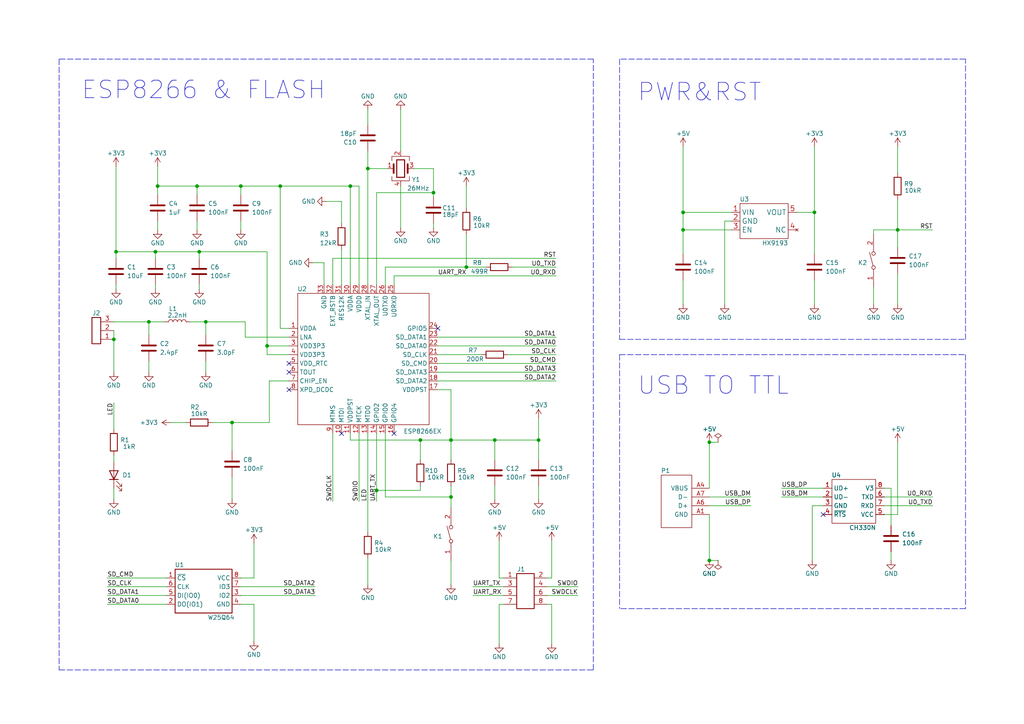
<source format=kicad_sch>
(kicad_sch (version 20211123) (generator eeschema)
  (paper "A4")
  (title_block (title "ESP8266 Wireless DAP") (date "2022-03-10") (rev "Version 1.2.3"))
  (lib_symbols
    (symbol "Connector:USB_C_Plug_USB2.0" (pin_names (offset 1.016))
      (property "Reference" "P" (at 0 16.51 0))
      (property "Value" "USB_C_Plug_USB2.0" (at 19.05 -1.27 0))
      (symbol "USB_C_Plug_USB2.0_0_0"
        (pin no_connect line (at -2.54 11.43 0) (length 2.54) hide (name "NC") (number "A5"))
        (pin no_connect line (at -2.54 8.89 0) (length 2.54) hide (name "NC") (number "A8"))
        (pin no_connect line (at -2.54 6.35 0) (length 2.54) hide (name "NC") (number "B5"))
        (pin no_connect line (at -2.54 3.81 0) (length 2.54) hide (name "NC") (number "B8"))
      )
      (symbol "USB_C_Plug_USB2.0_0_1"
        (rectangle (start 0 15.24) (end 8.89 0))
      )
      (symbol "USB_C_Plug_USB2.0_1_1"
        (pin passive line (at 13.97 3.81 180) (length 5.08) (name "GND") (number "A1"))
        (pin passive line (at 13.97 3.81 180) (length 5.08) hide (name "GND") (number "A12"))
        (pin passive line (at 13.97 11.43 180) (length 5.08) (name "VBUS") (number "A4"))
        (pin bidirectional line (at 13.97 6.35 180) (length 5.08) (name "D+") (number "A6"))
        (pin bidirectional line (at 13.97 8.89 180) (length 5.08) (name "D-") (number "A7"))
        (pin passive line (at 13.97 11.43 180) (length 5.08) hide (name "VBUS") (number "A9"))
        (pin passive line (at 13.97 3.81 180) (length 5.08) hide (name "GND") (number "B1"))
        (pin passive line (at 13.97 3.81 180) (length 5.08) hide (name "GND") (number "B12"))
        (pin passive line (at 13.97 11.43 180) (length 5.08) hide (name "VBUS") (number "B4"))
        (pin bidirectional line (at 13.97 6.35 180) (length 5.08) hide (name "D+") (number "B6"))
        (pin bidirectional line (at 13.97 8.89 180) (length 5.08) hide (name "D-") (number "B7"))
        (pin passive line (at 13.97 11.43 180) (length 5.08) hide (name "VBUS") (number "B9"))
      )
    )
    (symbol "Connector_Generic:Conn_01x03" (pin_names (offset 1.016) hide)
      (property "Reference" "J" (at 0 5.08 0))
      (property "Value" "Conn_01x03" (at 0 -5.08 0))
      (symbol "Conn_01x03_1_1"
        (rectangle (start -1.27 3.81) (end 1.27 -3.81) (stroke (width 0.254)))
        (pin passive line (at -5.08 2.54 0) (length 3.81) (name "Pin_1") (number "1"))
        (pin passive line (at -5.08 0 0) (length 3.81) (name "Pin_2") (number "2"))
        (pin passive line (at -5.08 -2.54 0) (length 3.81) (name "Pin_3") (number "3"))
      )
    )
    (symbol "Connector_Generic:Conn_02x04_Odd_Even" (pin_names (offset 1.016) hide)
      (property "Reference" "J" (at 1.27 5.08 0))
      (property "Value" "Conn_02x04_Odd_Even" (at 1.27 -7.62 0))
      (symbol "Conn_02x04_Odd_Even_1_1"
        (rectangle (start -1.27 3.81) (end 3.81 -6.35) (stroke (width 0.254)))
        (pin passive line (at -5.08 2.54 0) (length 3.81) (name "Pin_1") (number "1"))
        (pin passive line (at 7.62 2.54 180) (length 3.81) (name "Pin_2") (number "2"))
        (pin passive line (at -5.08 0 0) (length 3.81) (name "Pin_3") (number "3"))
        (pin passive line (at 7.62 0 180) (length 3.81) (name "Pin_4") (number "4"))
        (pin passive line (at -5.08 -2.54 0) (length 3.81) (name "Pin_5") (number "5"))
        (pin passive line (at 7.62 -2.54 180) (length 3.81) (name "Pin_6") (number "6"))
        (pin passive line (at -5.08 -5.08 0) (length 3.81) (name "Pin_7") (number "7"))
        (pin passive line (at 7.62 -5.08 180) (length 3.81) (name "Pin_8") (number "8"))
      )
    )
    (symbol "Device:C" (pin_numbers hide) (pin_names (offset 0.254))
      (property "Reference" "C" (at 0.635 2.54 0))
      (property "Value" "C" (at 0.635 -2.54 0))
      (symbol "C_0_1"
        (polyline (pts (xy -2.032 -0.762) (xy 2.032 -0.762)) (stroke (width 0.508)))
        (polyline (pts (xy -2.032 0.762) (xy 2.032 0.762)) (stroke (width 0.508)))
      )
      (symbol "C_1_1"
        (pin passive line (at 0 3.81 270) (length 2.794) (name "~") (number "1"))
        (pin passive line (at 0 -3.81 90) (length 2.794) (name "~") (number "2"))
      )
    )
    (symbol "Device:Crystal_GND24" (pin_names (offset 1.016) hide)
      (property "Reference" "Y" (at 3.175 5.08 0))
      (property "Value" "Crystal_GND24" (at 3.175 3.175 0))
      (symbol "Crystal_GND24_0_1"
        (rectangle (start -1.143 2.54) (end 1.143 -2.54) (stroke (width 0.3048)))
        (polyline (pts (xy -2.54 0) (xy -2.032 0)))
        (polyline (pts (xy -2.032 -1.27) (xy -2.032 1.27)) (stroke (width 0.508)))
        (polyline (pts (xy 0 -3.81) (xy 0 -3.556)))
        (polyline (pts (xy 0 3.556) (xy 0 3.81)))
        (polyline (pts (xy 2.032 -1.27) (xy 2.032 1.27)) (stroke (width 0.508)))
        (polyline (pts (xy 2.032 0) (xy 2.54 0)))
        (polyline (pts (xy -2.54 -2.286) (xy -2.54 -3.556) (xy 2.54 -3.556) (xy 2.54 -2.286)))
        (polyline (pts (xy -2.54 2.286) (xy -2.54 3.556) (xy 2.54 3.556) (xy 2.54 2.286)))
      )
      (symbol "Crystal_GND24_1_1"
        (pin passive line (at -3.81 0 0) (length 1.27) (name "1") (number "1"))
        (pin passive line (at 0 5.08 270) (length 1.27) (name "2") (number "2"))
        (pin passive line (at 3.81 0 180) (length 1.27) (name "3") (number "3"))
        (pin passive line (at 0 -5.08 90) (length 1.27) (name "4") (number "4"))
      )
    )
    (symbol "Device:L" (pin_numbers hide) (pin_names (offset 1.016) hide)
      (property "Reference" "L" (at -1.27 0 90))
      (property "Value" "L" (at 1.905 0 90))
      (symbol "L_0_1"
        (arc (start 0 -2.54) (mid 0.635 -1.905) (end 0 -1.27))
        (arc (start 0 -1.27) (mid 0.635 -0.635) (end 0 0))
        (arc (start 0 0) (mid 0.635 0.635) (end 0 1.27))
        (arc (start 0 1.27) (mid 0.635 1.905) (end 0 2.54))
      )
      (symbol "L_1_1"
        (pin passive line (at 0 3.81 270) (length 1.27) (name "1") (number "1"))
        (pin passive line (at 0 -3.81 90) (length 1.27) (name "2") (number "2"))
      )
    )
    (symbol "Device:LED" (pin_numbers hide) (pin_names (offset 1.016) hide)
      (property "Reference" "D" (at 0 2.54 0))
      (property "Value" "LED" (at 0 -2.54 0))
      (symbol "LED_0_1"
        (polyline (pts (xy -1.27 -1.27) (xy -1.27 1.27)) (stroke (width 0.254)))
        (polyline (pts (xy -1.27 0) (xy 1.27 0)))
        (polyline (pts (xy 1.27 -1.27) (xy 1.27 1.27) (xy -1.27 0) (xy 1.27 -1.27)) (stroke (width 0.254)))
        (polyline (pts (xy -3.048 -0.762) (xy -4.572 -2.286) (xy -3.81 -2.286) (xy -4.572 -2.286) (xy -4.572 -1.524)))
        (polyline (pts (xy -1.778 -0.762) (xy -3.302 -2.286) (xy -2.54 -2.286) (xy -3.302 -2.286) (xy -3.302 -1.524)))
      )
      (symbol "LED_1_1"
        (pin passive line (at -3.81 0 0) (length 2.54) (name "K") (number "1"))
        (pin passive line (at 3.81 0 180) (length 2.54) (name "A") (number "2"))
      )
    )
    (symbol "Device:R" (pin_numbers hide) (pin_names (offset 0))
      (property "Reference" "R" (at 2.032 0 90))
      (property "Value" "R" (at 0 0 90))
      (symbol "R_0_1"
        (rectangle (start -1.016 -2.54) (end 1.016 2.54) (stroke (width 0.254)))
      )
      (symbol "R_1_1"
        (pin passive line (at 0 3.81 270) (length 1.27) (name "~") (number "1"))
        (pin passive line (at 0 -3.81 90) (length 1.27) (name "~") (number "2"))
      )
    )
    (symbol "ESP8266:ESP8266EX"
      (property "Reference" "U" (at 31.75 39.37 0))
      (property "Value" "ESP8266EX" (at 35.56 -1.27 0))
      (symbol "ESP8266EX_0_1"
        (rectangle (start 0 38.1) (end 38.1 0))
      )
      (symbol "ESP8266EX_1_1"
        (pin power_in line (at -2.54 27.94 0) (length 2.54) (name "VDDA") (number "1"))
        (pin bidirectional line (at 12.7 -2.54 90) (length 2.54) (name "MTDI") (number "10"))
        (pin power_in line (at 15.24 -2.54 90) (length 2.54) (name "VDDPST") (number "11"))
        (pin bidirectional line (at 17.78 -2.54 90) (length 2.54) (name "MTCK") (number "12"))
        (pin bidirectional line (at 20.32 -2.54 90) (length 2.54) (name "MTDO") (number "13"))
        (pin bidirectional line (at 22.86 -2.54 90) (length 2.54) (name "GPIO2") (number "14"))
        (pin bidirectional line (at 25.4 -2.54 90) (length 2.54) (name "GPIO0") (number "15"))
        (pin bidirectional line (at 27.94 -2.54 90) (length 2.54) (name "GPIO4") (number "16"))
        (pin power_in line (at 40.64 10.16 180) (length 2.54) (name "VDDPST") (number "17"))
        (pin bidirectional line (at 40.64 12.7 180) (length 2.54) (name "SD_DATA2") (number "18"))
        (pin bidirectional line (at 40.64 15.24 180) (length 2.54) (name "SD_DATA3") (number "19"))
        (pin input line (at -2.54 25.4 0) (length 2.54) (name "LNA") (number "2"))
        (pin bidirectional line (at 40.64 17.78 180) (length 2.54) (name "SD_CMD") (number "20"))
        (pin bidirectional line (at 40.64 20.32 180) (length 2.54) (name "SD_CLK") (number "21"))
        (pin bidirectional line (at 40.64 22.86 180) (length 2.54) (name "SD_DATA0") (number "22"))
        (pin bidirectional line (at 40.64 25.4 180) (length 2.54) (name "SD_DATA1") (number "23"))
        (pin bidirectional line (at 40.64 27.94 180) (length 2.54) (name "GPIO5") (number "24"))
        (pin bidirectional line (at 27.94 40.64 270) (length 2.54) (name "U0RXD") (number "25"))
        (pin bidirectional line (at 25.4 40.64 270) (length 2.54) (name "U0TXD") (number "26"))
        (pin input line (at 22.86 40.64 270) (length 2.54) (name "XTAL_OUT") (number "27"))
        (pin input line (at 20.32 40.64 270) (length 2.54) (name "XTAL_IN") (number "28"))
        (pin power_in line (at 17.78 40.64 270) (length 2.54) (name "VDDD") (number "29"))
        (pin power_in line (at -2.54 22.86 0) (length 2.54) (name "VDD3P3") (number "3"))
        (pin power_in line (at 15.24 40.64 270) (length 2.54) (name "VDDA") (number "30"))
        (pin output line (at 12.7 40.64 270) (length 2.54) (name "RES12K") (number "31"))
        (pin input line (at 10.16 40.64 270) (length 2.54) (name "EXT_RSTB") (number "32"))
        (pin power_in line (at 7.62 40.64 270) (length 2.54) (name "GND") (number "33"))
        (pin power_in line (at -2.54 20.32 0) (length 2.54) (name "VDD3P3") (number "4"))
        (pin passive line (at -2.54 17.78 0) (length 2.54) (name "VDD_RTC") (number "5"))
        (pin passive line (at -2.54 15.24 0) (length 2.54) (name "TOUT") (number "6"))
        (pin input line (at -2.54 12.7 0) (length 2.54) (name "CHIP_EN") (number "7"))
        (pin passive line (at -2.54 10.16 0) (length 2.54) (name "XPD_DCDC") (number "8"))
        (pin bidirectional line (at 10.16 -2.54 90) (length 2.54) (name "MTMS") (number "9"))
      )
    )
    (symbol "ESP8266:HX9193"
      (property "Reference" "U" (at 1.27 11.43 0))
      (property "Value" "HX9193" (at 10.16 -1.27 0))
      (symbol "HX9193_0_1"
        (rectangle (start 0 10.16) (end 13.97 0))
      )
      (symbol "HX9193_1_1"
        (pin power_in line (at -2.54 7.62 0) (length 2.54) (name "VIN") (number "1"))
        (pin power_in line (at -2.54 5.08 0) (length 2.54) (name "GND") (number "2"))
        (pin input line (at -2.54 2.54 0) (length 2.54) (name "EN") (number "3"))
        (pin no_connect line (at 16.51 2.54 180) (length 2.54) (name "NC") (number "4"))
        (pin power_out line (at 16.51 7.62 180) (length 2.54) (name "VOUT") (number "5"))
      )
    )
    (symbol "ESP8266:W25Q64"
      (property "Reference" "U" (at 1.27 13.97 0))
      (property "Value" "W25Q64" (at 12.7 -1.27 0))
      (symbol "W25Q64_0_1"
        (rectangle (start 0 12.7) (end 16.51 0) (stroke (width 0.254)))
      )
      (symbol "W25Q64_1_1"
        (pin input line (at -2.54 10.16 0) (length 2.54) (name "~{CS}") (number "1"))
        (pin bidirectional line (at -2.54 2.54 0) (length 2.54) (name "DO(IO1)") (number "2"))
        (pin bidirectional line (at 19.05 5.08 180) (length 2.54) (name "IO2") (number "3"))
        (pin power_in line (at 19.05 2.54 180) (length 2.54) (name "GND") (number "4"))
        (pin bidirectional line (at -2.54 5.08 0) (length 2.54) (name "DI(IO0)") (number "5"))
        (pin input line (at -2.54 7.62 0) (length 2.54) (name "CLK") (number "6"))
        (pin bidirectional line (at 19.05 7.62 180) (length 2.54) (name "IO3") (number "7"))
        (pin power_in line (at 19.05 10.16 180) (length 2.54) (name "VCC") (number "8"))
      )
    )
    (symbol "Interface_USB:CH330N"
      (property "Reference" "U" (at 0 13.97 0))
      (property "Value" "CH330N" (at 15.24 -1.27 0))
      (symbol "CH330N_0_1"
        (rectangle (start 0 12.7) (end 12.7 0))
      )
      (symbol "CH330N_1_1"
        (pin bidirectional line (at -2.54 10.16 0) (length 2.54) (name "UD+") (number "1"))
        (pin bidirectional line (at -2.54 7.62 0) (length 2.54) (name "UD-") (number "2"))
        (pin power_in line (at -2.54 5.08 0) (length 2.54) (name "GND") (number "3"))
        (pin output line (at -2.54 2.54 0) (length 2.54) (name "~{RTS}") (number "4"))
        (pin power_in line (at 15.24 2.54 180) (length 2.54) (name "VCC") (number "5"))
        (pin output line (at 15.24 7.62 180) (length 2.54) (name "TXD") (number "6"))
        (pin input line (at 15.24 5.08 180) (length 2.54) (name "RXD") (number "7"))
        (pin passive line (at 15.24 10.16 180) (length 2.54) (name "V3") (number "8"))
      )
    )
    (symbol "Switch:SW_DIP_x01" (pin_names (offset 0) hide)
      (property "Reference" "SW" (at 0 3.81 0))
      (property "Value" "SW_DIP_x01" (at 0 -3.81 0))
      (symbol "SW_DIP_x01_0_0"
        (circle (center -2.032 0) (radius 0.508))
        (polyline (pts (xy -1.524 0.127) (xy 2.3622 1.1684)))
        (circle (center 2.032 0) (radius 0.508))
      )
      (symbol "SW_DIP_x01_1_1"
        (pin passive line (at -7.62 0 0) (length 5.08) (name "~") (number "1"))
        (pin passive line (at 7.62 0 180) (length 5.08) (name "~") (number "2"))
      )
    )
    (symbol "power:+3.3V" (power) (pin_names (offset 0))
      (property "Value" "+3.3V" (at 0 3.556 0))
      (symbol "+3.3V_0_1"
        (polyline (pts (xy -0.762 1.27) (xy 0 2.54)))
        (polyline (pts (xy 0 0) (xy 0 2.54)))
        (polyline (pts (xy 0 2.54) (xy 0.762 1.27)))
      )
      (symbol "+3.3V_1_1"
        (pin power_in line (at 0 0 90) (length 0) hide (name "+3V3") (number "1"))
      )
    )
    (symbol "power:+5V" (power) (pin_names (offset 0))
      (property "Value" "+5V" (at 0 3.556 0))
      (symbol "+5V_0_1"
        (polyline (pts (xy -0.762 1.27) (xy 0 2.54)))
        (polyline (pts (xy 0 0) (xy 0 2.54)))
        (polyline (pts (xy 0 2.54) (xy 0.762 1.27)))
      )
      (symbol "+5V_1_1"
        (pin power_in line (at 0 0 90) (length 0) hide (name "+5V") (number "1"))
      )
    )
    (symbol "power:GND" (power) (pin_names (offset 0))
      (property "Value" "GND" (at 0 -3.81 0))
      (symbol "GND_0_1"
        (polyline (pts (xy 0 0) (xy 0 -1.27) (xy 1.27 -1.27) (xy 0 -2.54) (xy -1.27 -1.27) (xy 0 -1.27)))
      )
      (symbol "GND_1_1"
        (pin power_in line (at 0 0 270) (length 0) hide (name "GND") (number "1"))
      )
    )
    (symbol "power:PWR_FLAG" (power) (pin_numbers hide) (pin_names (offset 0) hide)
      (property "Value" "PWR_FLAG" (at 0 3.81 0))
      (symbol "PWR_FLAG_0_0"
        (pin power_out line (at 0 0 90) (length 0) (name "pwr") (number "1"))
      )
      (symbol "PWR_FLAG_0_1"
        (polyline (pts (xy 0 0) (xy 0 1.27) (xy -1.016 1.905) (xy 0 2.54) (xy 1.016 1.905) (xy 0 1.27)))
      )
    )
  )
  (junction (at 121.92 127.635))
  (junction (at 135.255 77.47))
  (junction (at 260.35 66.675))
  (junction (at 81.28 53.975))
  (junction (at 156.21 127.635))
  (junction (at 205.74 162.56))
  (junction (at 45.085 73.025))
  (junction (at 57.785 73.025))
  (junction (at 130.81 127.635))
  (junction (at 205.74 128.27))
  (junction (at 67.31 122.555))
  (junction (at 43.18 93.345))
  (junction (at 125.73 55.88))
  (junction (at 33.02 98.425))
  (junction (at 77.47 100.33))
  (junction (at 33.655 73.025))
  (junction (at 143.51 127.635))
  (junction (at 69.85 53.975))
  (junction (at 198.12 61.595))
  (junction (at 101.6 53.975))
  (junction (at 57.15 53.975))
  (junction (at 106.68 48.895))
  (junction (at 236.22 61.595))
  (junction (at 198.12 66.675))
  (junction (at 130.81 144.145))
  (junction (at 59.69 93.345))
  (junction (at 45.72 53.975))
  (junction (at 109.22 142.24))
  (no_connect (at 238.76 149.225))
  (no_connect (at 99.06 125.73))
  (no_connect (at 127 95.25))
  (no_connect (at 114.3 125.73))
  (no_connect (at 83.82 107.95))
  (no_connect (at 83.82 105.41))
  (no_connect (at 83.82 113.03))
  (wire (pts (xy 198.12 66.675) (xy 212.09 66.675)))
  (wire (pts (xy 130.81 162.56) (xy 130.81 169.545)))
  (wire (pts (xy 125.73 48.895) (xy 120.015 48.895)))
  (wire (pts (xy 127 105.41) (xy 161.29 105.41)))
  (wire (pts (xy 205.74 128.27) (xy 205.74 141.605)))
  (wire (pts (xy 198.12 66.675) (xy 198.12 73.66)))
  (wire (pts (xy 226.695 141.605) (xy 238.76 141.605)))
  (wire (pts (xy 31.115 167.64) (xy 48.26 167.64)))
  (wire (pts (xy 33.02 95.885) (xy 33.02 98.425)))
  (wire (pts (xy 205.74 162.56) (xy 208.28 162.56)))
  (wire (pts (xy 109.22 82.55) (xy 109.22 55.88)))
  (wire (pts (xy 111.76 144.145) (xy 130.81 144.145)))
  (wire (pts (xy 93.98 76.2) (xy 93.98 82.55)))
  (wire (pts (xy 45.72 53.975) (xy 57.15 53.975)))
  (wire (pts (xy 260.35 149.225) (xy 256.54 149.225)))
  (wire (pts (xy 33.02 93.345) (xy 43.18 93.345)))
  (wire (pts (xy 256.54 144.145) (xy 270.51 144.145)))
  (wire (pts (xy 101.6 53.975) (xy 81.28 53.975)))
  (polyline (pts (xy 280.035 176.53) (xy 179.705 176.53)))
  (wire (pts (xy 127 107.95) (xy 161.29 107.95)))
  (wire (pts (xy 96.52 125.73) (xy 96.52 145.415)))
  (wire (pts (xy 143.51 140.97) (xy 143.51 144.78)))
  (wire (pts (xy 114.3 82.55) (xy 114.3 80.01)))
  (wire (pts (xy 77.47 73.025) (xy 77.47 100.33)))
  (wire (pts (xy 99.06 72.39) (xy 99.06 82.55)))
  (wire (pts (xy 81.28 95.25) (xy 81.28 53.975)))
  (wire (pts (xy 158.75 175.26) (xy 160.02 175.26)))
  (wire (pts (xy 127 102.87) (xy 139.7 102.87)))
  (wire (pts (xy 45.72 53.975) (xy 45.72 56.515)))
  (wire (pts (xy 125.73 57.15) (xy 125.73 55.88)))
  (polyline (pts (xy 179.705 102.87) (xy 280.035 102.87)))
  (wire (pts (xy 109.22 125.73) (xy 109.22 142.24)))
  (wire (pts (xy 236.22 61.595) (xy 236.22 42.545)))
  (wire (pts (xy 77.47 100.33) (xy 77.47 102.87)))
  (wire (pts (xy 160.02 167.64) (xy 160.02 156.845)))
  (wire (pts (xy 104.14 53.975) (xy 101.6 53.975)))
  (wire (pts (xy 33.02 98.425) (xy 33.02 107.95)))
  (wire (pts (xy 57.15 56.515) (xy 57.15 53.975)))
  (wire (pts (xy 210.185 64.135) (xy 210.185 88.265)))
  (wire (pts (xy 253.365 67.945) (xy 253.365 66.675)))
  (wire (pts (xy 116.205 53.975) (xy 116.205 66.04)))
  (wire (pts (xy 67.31 122.555) (xy 67.31 130.81)))
  (wire (pts (xy 69.85 53.975) (xy 81.28 53.975)))
  (wire (pts (xy 57.15 53.975) (xy 69.85 53.975)))
  (wire (pts (xy 144.78 156.845) (xy 144.78 167.64)))
  (wire (pts (xy 106.68 36.195) (xy 106.68 31.75)))
  (wire (pts (xy 135.255 77.47) (xy 140.97 77.47)))
  (wire (pts (xy 69.85 64.135) (xy 69.85 66.675)))
  (polyline (pts (xy 280.035 17.145) (xy 179.705 17.145)))
  (wire (pts (xy 130.81 113.03) (xy 127 113.03)))
  (wire (pts (xy 130.81 127.635) (xy 130.81 133.35)))
  (wire (pts (xy 94.615 58.42) (xy 99.06 58.42)))
  (wire (pts (xy 78.105 110.49) (xy 78.105 122.555)))
  (wire (pts (xy 109.22 142.24) (xy 109.22 145.415)))
  (wire (pts (xy 258.445 141.605) (xy 258.445 152.4)))
  (wire (pts (xy 33.02 116.84) (xy 33.02 124.46)))
  (wire (pts (xy 253.365 66.675) (xy 260.35 66.675)))
  (wire (pts (xy 45.72 48.26) (xy 45.72 53.975)))
  (polyline (pts (xy 179.705 98.425) (xy 280.035 98.425)))
  (wire (pts (xy 83.82 100.33) (xy 77.47 100.33)))
  (wire (pts (xy 90.805 76.2) (xy 93.98 76.2)))
  (wire (pts (xy 236.22 81.28) (xy 236.22 88.265)))
  (wire (pts (xy 125.73 64.77) (xy 125.73 66.04)))
  (wire (pts (xy 156.21 140.97) (xy 156.21 144.78)))
  (wire (pts (xy 156.21 127.635) (xy 156.21 133.35)))
  (wire (pts (xy 57.785 73.025) (xy 77.47 73.025)))
  (wire (pts (xy 156.21 121.285) (xy 156.21 127.635)))
  (wire (pts (xy 135.255 53.975) (xy 135.255 60.325)))
  (wire (pts (xy 83.82 97.79) (xy 71.12 97.79)))
  (wire (pts (xy 33.02 141.605) (xy 33.02 144.78)))
  (wire (pts (xy 236.22 61.595) (xy 236.22 73.66)))
  (wire (pts (xy 33.02 133.985) (xy 33.02 132.08)))
  (wire (pts (xy 101.6 127.635) (xy 121.92 127.635)))
  (wire (pts (xy 130.81 144.145) (xy 130.81 147.32)))
  (wire (pts (xy 106.68 48.895) (xy 112.395 48.895)))
  (wire (pts (xy 111.76 125.73) (xy 111.76 144.145)))
  (wire (pts (xy 73.66 175.26) (xy 73.66 186.055)))
  (wire (pts (xy 43.18 104.775) (xy 43.18 107.95)))
  (wire (pts (xy 111.76 82.55) (xy 111.76 77.47)))
  (wire (pts (xy 101.6 125.73) (xy 101.6 127.635)))
  (polyline (pts (xy 172.085 194.31) (xy 172.085 17.145)))
  (wire (pts (xy 144.78 175.26) (xy 144.78 186.69)))
  (wire (pts (xy 160.02 175.26) (xy 160.02 186.69)))
  (polyline (pts (xy 280.035 102.87) (xy 280.035 176.53)))
  (wire (pts (xy 235.585 162.56) (xy 235.585 146.685)))
  (wire (pts (xy 33.655 48.26) (xy 33.655 73.025)))
  (wire (pts (xy 256.54 146.685) (xy 270.51 146.685)))
  (wire (pts (xy 121.92 127.635) (xy 130.81 127.635)))
  (wire (pts (xy 106.68 125.73) (xy 106.68 154.305)))
  (wire (pts (xy 49.53 122.555) (xy 53.975 122.555)))
  (wire (pts (xy 109.22 55.88) (xy 125.73 55.88)))
  (wire (pts (xy 71.12 93.345) (xy 59.69 93.345)))
  (wire (pts (xy 33.655 82.55) (xy 33.655 83.82)))
  (wire (pts (xy 83.82 95.25) (xy 81.28 95.25)))
  (wire (pts (xy 111.76 77.47) (xy 135.255 77.47)))
  (wire (pts (xy 205.74 128.27) (xy 208.28 128.27)))
  (wire (pts (xy 83.82 110.49) (xy 78.105 110.49)))
  (wire (pts (xy 158.75 167.64) (xy 160.02 167.64)))
  (wire (pts (xy 73.66 157.48) (xy 73.66 167.64)))
  (wire (pts (xy 226.695 144.145) (xy 238.76 144.145)))
  (wire (pts (xy 137.16 170.18) (xy 146.05 170.18)))
  (wire (pts (xy 161.29 74.93) (xy 96.52 74.93)))
  (wire (pts (xy 45.085 74.93) (xy 45.085 73.025)))
  (wire (pts (xy 114.3 80.01) (xy 161.29 80.01)))
  (wire (pts (xy 116.205 43.815) (xy 116.205 31.75)))
  (wire (pts (xy 205.74 149.225) (xy 205.74 162.56)))
  (wire (pts (xy 205.74 144.145) (xy 217.805 144.145)))
  (polyline (pts (xy 179.705 102.87) (xy 179.705 176.53)))
  (wire (pts (xy 125.73 48.895) (xy 125.73 55.88)))
  (wire (pts (xy 198.12 42.545) (xy 198.12 61.595)))
  (wire (pts (xy 258.445 160.02) (xy 258.445 162.56)))
  (wire (pts (xy 148.59 77.47) (xy 161.29 77.47)))
  (wire (pts (xy 256.54 141.605) (xy 258.445 141.605)))
  (wire (pts (xy 33.655 73.025) (xy 45.085 73.025)))
  (wire (pts (xy 31.115 172.72) (xy 48.26 172.72)))
  (wire (pts (xy 260.35 42.545) (xy 260.35 50.165)))
  (wire (pts (xy 106.68 161.925) (xy 106.68 169.545)))
  (wire (pts (xy 198.12 81.28) (xy 198.12 88.265)))
  (wire (pts (xy 147.32 102.87) (xy 161.29 102.87)))
  (wire (pts (xy 45.085 82.55) (xy 45.085 83.82)))
  (wire (pts (xy 212.09 64.135) (xy 210.185 64.135)))
  (wire (pts (xy 109.22 142.24) (xy 121.92 142.24)))
  (wire (pts (xy 69.85 175.26) (xy 73.66 175.26)))
  (wire (pts (xy 73.66 167.64) (xy 69.85 167.64)))
  (wire (pts (xy 235.585 146.685) (xy 238.76 146.685)))
  (wire (pts (xy 47.625 93.345) (xy 43.18 93.345)))
  (wire (pts (xy 69.85 53.975) (xy 69.85 56.515)))
  (wire (pts (xy 260.35 128.27) (xy 260.35 149.225)))
  (wire (pts (xy 57.15 64.135) (xy 57.15 66.675)))
  (wire (pts (xy 61.595 122.555) (xy 67.31 122.555)))
  (polyline (pts (xy 280.035 98.425) (xy 280.035 17.145)))
  (wire (pts (xy 45.72 64.135) (xy 45.72 66.675)))
  (wire (pts (xy 69.85 170.18) (xy 91.44 170.18)))
  (wire (pts (xy 198.12 61.595) (xy 198.12 66.675)))
  (wire (pts (xy 143.51 127.635) (xy 130.81 127.635)))
  (wire (pts (xy 59.69 104.775) (xy 59.69 107.95)))
  (wire (pts (xy 130.81 140.97) (xy 130.81 144.145)))
  (wire (pts (xy 260.35 79.375) (xy 260.35 88.265)))
  (wire (pts (xy 127 100.33) (xy 161.29 100.33)))
  (wire (pts (xy 106.68 82.55) (xy 106.68 48.895)))
  (wire (pts (xy 127 97.79) (xy 161.29 97.79)))
  (polyline (pts (xy 17.145 194.31) (xy 172.085 194.31)))
  (wire (pts (xy 106.68 43.815) (xy 106.68 48.895)))
  (wire (pts (xy 127 110.49) (xy 161.29 110.49)))
  (wire (pts (xy 121.92 142.24) (xy 121.92 140.97)))
  (wire (pts (xy 45.085 73.025) (xy 57.785 73.025)))
  (wire (pts (xy 55.245 93.345) (xy 59.69 93.345)))
  (wire (pts (xy 96.52 74.93) (xy 96.52 82.55)))
  (wire (pts (xy 78.105 122.555) (xy 67.31 122.555)))
  (wire (pts (xy 135.255 77.47) (xy 135.255 67.945)))
  (wire (pts (xy 121.92 127.635) (xy 121.92 133.35)))
  (wire (pts (xy 104.14 125.73) (xy 104.14 145.415)))
  (wire (pts (xy 146.05 175.26) (xy 144.78 175.26)))
  (wire (pts (xy 57.785 82.55) (xy 57.785 83.82)))
  (wire (pts (xy 260.35 57.785) (xy 260.35 66.675)))
  (wire (pts (xy 156.21 127.635) (xy 143.51 127.635)))
  (wire (pts (xy 99.06 58.42) (xy 99.06 64.77)))
  (wire (pts (xy 69.85 172.72) (xy 91.44 172.72)))
  (wire (pts (xy 260.35 66.675) (xy 260.35 71.755)))
  (wire (pts (xy 33.655 73.025) (xy 33.655 74.93)))
  (wire (pts (xy 231.14 61.595) (xy 236.22 61.595)))
  (wire (pts (xy 31.115 175.26) (xy 48.26 175.26)))
  (wire (pts (xy 67.31 138.43) (xy 67.31 144.78)))
  (polyline (pts (xy 172.085 17.145) (xy 17.145 17.145)))
  (wire (pts (xy 130.81 127.635) (xy 130.81 113.03)))
  (wire (pts (xy 71.12 97.79) (xy 71.12 93.345)))
  (wire (pts (xy 260.35 66.675) (xy 270.51 66.675)))
  (wire (pts (xy 158.75 170.18) (xy 167.64 170.18)))
  (wire (pts (xy 59.69 93.345) (xy 59.69 97.155)))
  (wire (pts (xy 205.74 146.685) (xy 217.805 146.685)))
  (wire (pts (xy 77.47 102.87) (xy 83.82 102.87)))
  (wire (pts (xy 31.115 170.18) (xy 48.26 170.18)))
  (wire (pts (xy 101.6 82.55) (xy 101.6 53.975)))
  (wire (pts (xy 137.16 172.72) (xy 146.05 172.72)))
  (wire (pts (xy 143.51 127.635) (xy 143.51 133.35)))
  (wire (pts (xy 57.785 73.025) (xy 57.785 74.93)))
  (polyline (pts (xy 17.145 17.145) (xy 17.145 194.31)))
  (wire (pts (xy 144.78 167.64) (xy 146.05 167.64)))
  (wire (pts (xy 158.75 172.72) (xy 167.64 172.72)))
  (wire (pts (xy 198.12 61.595) (xy 212.09 61.595)))
  (polyline (pts (xy 179.705 17.145) (xy 179.705 98.425)))
  (wire (pts (xy 43.18 93.345) (xy 43.18 97.155)))
  (wire (pts (xy 104.14 82.55) (xy 104.14 53.975)))
  (wire (pts (xy 253.365 83.185) (xy 253.365 88.265)))
  (text "ESP8266 & FLASH" (at 23.495 29.21 0) (effects (font (size 5.08 5.08)) (justify left bottom)))
  (text "PWR&RST" (at 184.785 29.845 0) (effects (font (size 5.08 5.08)) (justify left bottom)))
  (text "USB TO TTL" (at 184.785 114.935 0) (effects (font (size 5.08 5.08)) (justify left bottom)))
  (label "U0_RXD" (at 161.29 80.01 180))
  (label "SD_DATA3" (at 161.29 107.95 180))
  (label "SD_CLK" (at 31.115 170.18 0))
  (label "SWDCLK" (at 96.52 145.415 90))
  (label "SD_CLK" (at 161.29 102.87 180))
  (label "SD_DATA0" (at 161.29 100.33 180))
  (label "UART_RX" (at 137.16 172.72 0))
  (label "USB_DM" (at 217.805 144.145 180))
  (label "USB_DP" (at 226.695 141.605 0))
  (label "RST" (at 270.51 66.675 180))
  (label "SD_DATA2" (at 161.29 110.49 180))
  (label "SD_CMD" (at 161.29 105.41 180))
  (label "UART_TX" (at 137.16 170.18 0))
  (label "LED" (at 106.68 145.415 90))
  (label "USB_DP" (at 217.805 146.685 180))
  (label "U0_TXD" (at 161.29 77.47 180))
  (label "SWDCLK" (at 167.64 172.72 180))
  (label "LED" (at 33.02 116.84 270))
  (label "SD_DATA2" (at 91.44 170.18 180))
  (label "SD_DATA3" (at 91.44 172.72 180))
  (label "U0_TXD" (at 270.51 146.685 180))
  (label "UART_TX" (at 109.22 145.415 90))
  (label "SWDIO" (at 104.14 145.415 90))
  (label "SD_DATA1" (at 31.115 172.72 0))
  (label "U0_RXD" (at 270.51 144.145 180))
  (label "SD_DATA0" (at 31.115 175.26 0))
  (label "RST" (at 161.29 74.93 180))
  (label "UART_RX" (at 127 80.01 0))
  (label "USB_DM" (at 226.695 144.145 0))
  (label "SWDIO" (at 167.64 170.18 180))
  (label "SD_DATA1" (at 161.29 97.79 180))
  (label "SD_CMD" (at 31.115 167.64 0))
  (symbol (lib_id "power:GND") (at 57.15 66.675 0) (unit 1)
    (property "Reference" "#PWR010" (effects hide))
    (property "Value" "GND" (at 57.15 70.485 0))
  )
  (symbol (lib_id "power:GND") (at 94.615 58.42 270) (unit 1)
    (property "Reference" "#PWR018" (effects hide))
    (property "Value" "GND" (at 89.535 58.42 90))
  )
  (symbol (lib_id "power:+3.3V") (at 135.255 53.975 0) (unit 1)
    (property "Reference" "#PWR025" (effects hide))
    (property "Value" "+3.3V" (at 135.255 50.165 0))
  )
  (symbol (lib_id "Switch:SW_DIP_x01") (at 253.365 75.565 90) (unit 1)
    (property "Reference" "K2" (at 250.19 76.2 90))
    (property "Value" "SW_DIP_x01" (effects hide))
    (property "Footprint" "Button_Switch_SMD:SW_Push_SPST_NO_Alps_SKRK" (effects hide))
  )
  (symbol (lib_id "Device:C") (at 43.18 100.965 0) (unit 1)
    (property "Reference" "C2" (at 46.355 99.6949 0) (effects (justify left)))
    (property "Value" "2.4pF" (at 46.355 102.2349 0) (effects (justify left)))
    (property "Footprint" "Capacitor_SMD:C_0603_1608Metric" (effects hide))
  )
  (symbol (lib_id "Device:C") (at 143.51 137.16 0) (unit 1)
    (property "Reference" "C12" (at 146.685 135.8899 0) (effects (justify left)))
    (property "Value" "100nF" (at 146.685 138.4299 0) (effects (justify left)))
    (property "Footprint" "Capacitor_SMD:C_0603_1608Metric" (effects hide))
  )
  (symbol (lib_id "power:GND") (at 116.205 66.04 0) (unit 1)
    (property "Reference" "#PWR022" (effects hide))
    (property "Value" "GND" (at 116.205 69.85 0))
  )
  (symbol (lib_id "ESP8266:HX9193") (at 214.63 69.215 0) (unit 1)
    (property "Reference" "U3" (at 215.9 57.785 0))
    (property "Value" "HX9193" (at 224.79 70.485 0))
    (property "Footprint" "Package_TO_SOT_SMD:SOT-23-5" (effects hide))
  )
  (symbol (lib_id "power:+3.3V") (at 260.35 42.545 0) (unit 1)
    (property "Reference" "#PWR043" (effects hide))
    (property "Value" "+3.3V" (at 260.35 38.735 0))
  )
  (symbol (lib_id "Device:C") (at 59.69 100.965 0) (unit 1)
    (property "Reference" "C7" (at 62.865 99.6949 0) (effects (justify left)))
    (property "Value" "3.0pF" (at 62.865 102.2349 0) (effects (justify left)))
    (property "Footprint" "Capacitor_SMD:C_0603_1608Metric" (effects hide))
  )
  (symbol (lib_id "power:GND") (at 125.73 66.04 0) (unit 1)
    (property "Reference" "#PWR023" (effects hide))
    (property "Value" "GND" (at 125.73 69.85 0))
  )
  (symbol (lib_id "power:GND") (at 67.31 144.78 0) (unit 1)
    (property "Reference" "#PWR013" (effects hide))
    (property "Value" "GND" (at 67.31 148.59 0))
  )
  (symbol (lib_id "power:GND") (at 90.805 76.2 270) (unit 1)
    (property "Reference" "#PWR017" (effects hide))
    (property "Value" "GND" (at 85.725 76.2 90))
  )
  (symbol (lib_id "Device:C") (at 33.655 78.74 0) (unit 1)
    (property "Reference" "C1" (at 36.83 77.4699 0) (effects (justify left)))
    (property "Value" "10uF" (at 36.83 80.0099 0) (effects (justify left)))
    (property "Footprint" "Capacitor_SMD:C_0603_1608Metric" (effects hide))
  )
  (symbol (lib_id "power:+3.3V") (at 73.66 157.48 0) (unit 1)
    (property "Reference" "#PWR015" (effects hide))
    (property "Value" "+3.3V" (at 73.66 153.67 0))
  )
  (symbol (lib_id "power:GND") (at 160.02 186.69 0) (mirror y) (unit 1)
    (property "Reference" "#PWR032" (effects hide))
    (property "Value" "GND" (at 160.02 190.5 0))
  )
  (symbol (lib_id "power:GND") (at 106.68 31.75 180) (unit 1)
    (property "Reference" "#PWR019" (effects hide))
    (property "Value" "GND" (at 106.68 27.94 0))
  )
  (symbol (lib_id "Connector_Generic:Conn_02x04_Odd_Even") (at 151.13 170.18 0) (unit 1)
    (property "Reference" "J1" (at 151.13 165.1 0))
    (property "Value" "Conn_02x04_Odd_Even" (effects hide))
    (property "Footprint" "Connector_PinHeader_1.27mm:PinHeader_2x04_P1.27mm_Vertical_SMD" (effects hide))
  )
  (symbol (lib_id "Device:R") (at 135.255 64.135 180) (unit 1)
    (property "Reference" "R6" (at 138.43 63.5 0))
    (property "Value" "10kR" (at 139.7 65.405 0))
    (property "Footprint" "Resistor_SMD:R_0603_1608Metric" (effects hide))
  )
  (symbol (lib_id "power:GND") (at 33.02 107.95 0) (unit 1)
    (property "Reference" "#PWR04" (effects hide))
    (property "Value" "GND" (at 33.02 111.76 0))
  )
  (symbol (lib_id "Device:C") (at 125.73 60.96 0) (unit 1)
    (property "Reference" "C11" (at 128.27 60.325 0) (effects (justify left)))
    (property "Value" "18pF" (at 128.27 62.23 0) (effects (justify left)))
    (property "Footprint" "Capacitor_SMD:C_0603_1608Metric" (effects hide))
  )
  (symbol (lib_id "power:GND") (at 198.12 88.265 0) (unit 1)
    (property "Reference" "#PWR034" (effects hide))
    (property "Value" "GND" (at 198.12 92.075 0))
  )
  (symbol (lib_id "Device:R") (at 99.06 68.58 0) (unit 1)
    (property "Reference" "R3" (at 92.71 67.945 0) (effects (justify left)))
    (property "Value" "12kR" (at 92.71 70.485 0) (effects (justify left)))
    (property "Footprint" "Resistor_SMD:R_0603_1608Metric" (effects hide))
  )
  (symbol (lib_id "power:PWR_FLAG") (at 208.28 128.27 0) (unit 1)
    (property "Reference" "#FLG01" (effects hide))
    (property "Value" "PWR_FLAG" (effects hide))
  )
  (symbol (lib_id "power:+3.3V") (at 156.21 121.285 0) (unit 1)
    (property "Reference" "#PWR029" (effects hide))
    (property "Value" "+3.3V" (at 156.21 117.475 0))
  )
  (symbol (lib_id "power:GND") (at 235.585 162.56 0) (unit 1)
    (property "Reference" "#PWR038" (effects hide))
    (property "Value" "GND" (at 235.585 166.37 0))
  )
  (symbol (lib_id "power:+3.3V") (at 33.655 48.26 0) (unit 1)
    (property "Reference" "#PWR02" (effects hide))
    (property "Value" "+3.3V" (at 33.655 44.45 0))
  )
  (symbol (lib_id "Device:R") (at 57.785 122.555 90) (unit 1)
    (property "Reference" "R2" (at 56.515 118.11 90))
    (property "Value" "10kR" (at 57.785 120.015 90))
    (property "Footprint" "Resistor_SMD:R_0603_1608Metric" (effects hide))
  )
  (symbol (lib_id "Connector:USB_C_Plug_USB2.0") (at 191.77 153.035 0) (unit 1)
    (property "Reference" "P1" (at 193.04 136.525 0))
    (property "Value" "USB_C_Plug_USB2.0" (effects hide))
    (property "Footprint" "Connector_USB:USB_C_Receptacle_HRO_TYPE-C-31-M-12" (effects hide))
    (property "Datasheet" "https://www.usb.org/sites/default/files/documents/usb_type-c.zip" (effects hide))
  )
  (symbol (lib_id "power:+5V") (at 144.78 156.845 0) (unit 1)
    (property "Reference" "#PWR027" (effects hide))
    (property "Value" "+5V" (at 144.78 153.035 0))
  )
  (symbol (lib_id "power:GND") (at 258.445 162.56 0) (unit 1)
    (property "Reference" "#PWR042" (effects hide))
    (property "Value" "GND" (at 258.445 166.37 0))
  )
  (symbol (lib_id "Connector_Generic:Conn_01x03") (at 27.94 95.885 180) (unit 1)
    (property "Reference" "J2" (at 27.94 90.805 0))
    (property "Value" "Conn_01x03" (effects hide))
    (property "Footprint" "ESP8266:IPEX 1G" (effects hide))
  )
  (symbol (lib_id "Device:R") (at 260.35 53.975 180) (unit 1)
    (property "Reference" "R9" (at 263.525 53.34 0))
    (property "Value" "10kR" (at 264.795 55.245 0))
    (property "Footprint" "Resistor_SMD:R_0603_1608Metric" (effects hide))
  )
  (symbol (lib_id "Device:L") (at 51.435 93.345 90) (unit 1)
    (property "Reference" "L1" (at 50.165 89.535 90))
    (property "Value" "2.2nH" (at 51.435 91.44 90))
    (property "Footprint" "Inductor_SMD:L_0603_1608Metric" (effects hide))
  )
  (symbol (lib_id "power:GND") (at 205.74 162.56 0) (unit 1)
    (property "Reference" "#PWR036" (effects hide))
    (property "Value" "GND" (at 205.74 166.37 0))
  )
  (symbol (lib_id "power:GND") (at 156.21 144.78 0) (unit 1)
    (property "Reference" "#PWR030" (effects hide))
    (property "Value" "GND" (at 156.21 148.59 0))
  )
  (symbol (lib_id "ESP8266:ESP8266EX") (at 86.36 123.19 0) (unit 1)
    (property "Reference" "U2" (at 87.63 83.82 0))
    (property "Value" "ESP8266EX" (at 122.555 125.095 0))
    (property "Footprint" "ESP8266:ESP8266" (effects hide))
  )
  (symbol (lib_id "Device:R") (at 33.02 128.27 180) (unit 1)
    (property "Reference" "R1" (at 36.195 127.635 0))
    (property "Value" "1kR" (at 37.465 129.54 0))
    (property "Footprint" "Resistor_SMD:R_0603_1608Metric" (effects hide))
  )
  (symbol (lib_id "power:GND") (at 45.72 66.675 0) (unit 1)
    (property "Reference" "#PWR08" (effects hide))
    (property "Value" "GND" (at 45.72 70.485 0))
  )
  (symbol (lib_id "power:GND") (at 143.51 144.78 0) (unit 1)
    (property "Reference" "#PWR026" (effects hide))
    (property "Value" "GND" (at 143.51 148.59 0))
  )
  (symbol (lib_id "Device:C") (at 69.85 60.325 0) (unit 1)
    (property "Reference" "C9" (at 73.025 59.0549 0) (effects (justify left)))
    (property "Value" "100nF" (at 73.025 61.5949 0) (effects (justify left)))
    (property "Footprint" "Capacitor_SMD:C_0603_1608Metric" (effects hide))
  )
  (symbol (lib_id "power:GND") (at 43.18 107.95 0) (unit 1)
    (property "Reference" "#PWR05" (effects hide))
    (property "Value" "GND" (at 43.18 111.76 0))
  )
  (symbol (lib_id "power:+3.3V") (at 236.22 42.545 0) (unit 1)
    (property "Reference" "#PWR039" (effects hide))
    (property "Value" "+3.3V" (at 236.22 38.735 0))
  )
  (symbol (lib_id "Device:R") (at 143.51 102.87 90) (unit 1)
    (property "Reference" "R7" (at 137.16 101.6 90))
    (property "Value" "200R" (at 137.795 104.14 90))
    (property "Footprint" "Resistor_SMD:R_0603_1608Metric" (effects hide))
  )
  (symbol (lib_id "power:+3.3V") (at 49.53 122.555 90) (unit 1)
    (property "Reference" "#PWR09" (effects hide))
    (property "Value" "+3.3V" (at 43.18 122.555 90))
  )
  (symbol (lib_id "Device:C") (at 260.35 75.565 0) (unit 1)
    (property "Reference" "C17" (at 263.525 74.2949 0) (effects (justify left)))
    (property "Value" "100nF" (at 263.525 76.8349 0) (effects (justify left)))
    (property "Footprint" "Capacitor_SMD:C_0603_1608Metric" (effects hide))
  )
  (symbol (lib_id "power:GND") (at 59.69 107.95 0) (unit 1)
    (property "Reference" "#PWR012" (effects hide))
    (property "Value" "GND" (at 59.69 111.76 0))
  )
  (symbol (lib_id "ESP8266:W25Q64") (at 50.8 177.8 0) (unit 1)
    (property "Reference" "U1" (at 52.07 163.83 0))
    (property "Value" "W25Q64" (at 64.135 179.07 0))
    (property "Footprint" "Package_SO:SOIC-8_5.23x5.23mm_P1.27mm" (effects hide))
  )
  (symbol (lib_id "Device:C") (at 106.68 40.005 180) (unit 1)
    (property "Reference" "C10" (at 103.505 41.2751 0) (effects (justify left)))
    (property "Value" "18pF" (at 103.505 38.7351 0) (effects (justify left)))
    (property "Footprint" "Capacitor_SMD:C_0603_1608Metric" (effects hide))
  )
  (symbol (lib_id "Device:C") (at 258.445 156.21 0) (unit 1)
    (property "Reference" "C16" (at 261.62 154.9399 0) (effects (justify left)))
    (property "Value" "100nF" (at 261.62 157.4799 0) (effects (justify left)))
    (property "Footprint" "Capacitor_SMD:C_0603_1608Metric" (effects hide))
  )
  (symbol (lib_id "power:GND") (at 106.68 169.545 0) (unit 1)
    (property "Reference" "#PWR020" (effects hide))
    (property "Value" "GND" (at 106.68 173.355 0))
  )
  (symbol (lib_id "power:GND") (at 130.81 169.545 0) (unit 1)
    (property "Reference" "#PWR024" (effects hide))
    (property "Value" "GND" (at 130.81 173.355 0))
  )
  (symbol (lib_id "power:GND") (at 69.85 66.675 0) (unit 1)
    (property "Reference" "#PWR014" (effects hide))
    (property "Value" "GND" (at 69.85 70.485 0))
  )
  (symbol (lib_id "Device:R") (at 121.92 137.16 180) (unit 1)
    (property "Reference" "R10" (at 125.095 136.525 0))
    (property "Value" "10kR" (at 126.365 138.43 0))
    (property "Footprint" "Resistor_SMD:R_0603_1608Metric" (effects hide))
  )
  (symbol (lib_id "power:GND") (at 260.35 88.265 0) (unit 1)
    (property "Reference" "#PWR044" (effects hide))
    (property "Value" "GND" (at 260.35 92.075 0))
  )
  (symbol (lib_id "power:GND") (at 116.205 31.75 180) (unit 1)
    (property "Reference" "#PWR021" (effects hide))
    (property "Value" "GND" (at 116.205 27.94 0))
  )
  (symbol (lib_id "power:GND") (at 33.655 83.82 0) (unit 1)
    (property "Reference" "#PWR03" (effects hide))
    (property "Value" "GND" (at 33.655 87.63 0))
  )
  (symbol (lib_id "power:+5V") (at 205.74 128.27 0) (unit 1)
    (property "Reference" "#PWR035" (effects hide))
    (property "Value" "+5V" (at 205.74 124.46 0))
  )
  (symbol (lib_id "Device:R") (at 130.81 137.16 180) (unit 1)
    (property "Reference" "R5" (at 133.985 136.525 0))
    (property "Value" "10kR" (at 135.255 138.43 0))
    (property "Footprint" "Resistor_SMD:R_0603_1608Metric" (effects hide))
  )
  (symbol (lib_id "Device:C") (at 57.15 60.325 0) (unit 1)
    (property "Reference" "C5" (at 60.325 59.0549 0) (effects (justify left)))
    (property "Value" "100nF" (at 60.325 61.5949 0) (effects (justify left)))
    (property "Footprint" "Capacitor_SMD:C_0603_1608Metric" (effects hide))
  )
  (symbol (lib_id "power:GND") (at 57.785 83.82 0) (unit 1)
    (property "Reference" "#PWR011" (effects hide))
    (property "Value" "GND" (at 57.785 87.63 0))
  )
  (symbol (lib_id "power:GND") (at 210.185 88.265 0) (unit 1)
    (property "Reference" "#PWR037" (effects hide))
    (property "Value" "GND" (at 210.185 92.075 0))
  )
  (symbol (lib_id "Device:C") (at 45.72 60.325 0) (unit 1)
    (property "Reference" "C4" (at 48.895 59.0549 0) (effects (justify left)))
    (property "Value" "1uF" (at 48.895 61.5949 0) (effects (justify left)))
    (property "Footprint" "Capacitor_SMD:C_0603_1608Metric" (effects hide))
  )
  (symbol (lib_id "power:PWR_FLAG") (at 208.28 162.56 180) (unit 1)
    (property "Reference" "#FLG02" (effects hide))
    (property "Value" "PWR_FLAG" (effects hide))
  )
  (symbol (lib_id "Device:C") (at 67.31 134.62 0) (unit 1)
    (property "Reference" "C8" (at 70.485 133.3499 0) (effects (justify left)))
    (property "Value" "100nF" (at 70.485 135.8899 0) (effects (justify left)))
    (property "Footprint" "Capacitor_SMD:C_0603_1608Metric" (effects hide))
  )
  (symbol (lib_id "power:+5V") (at 198.12 42.545 0) (unit 1)
    (property "Reference" "#PWR033" (effects hide))
    (property "Value" "+5V" (at 198.12 38.735 0))
  )
  (symbol (lib_id "power:GND") (at 236.22 88.265 0) (unit 1)
    (property "Reference" "#PWR040" (effects hide))
    (property "Value" "GND" (at 236.22 92.075 0))
  )
  (symbol (lib_id "power:GND") (at 33.02 144.78 0) (unit 1)
    (property "Reference" "#PWR01" (effects hide))
    (property "Value" "GND" (at 33.02 148.59 0))
  )
  (symbol (lib_id "power:+5V") (at 260.35 128.27 0) (unit 1)
    (property "Reference" "#PWR045" (effects hide))
    (property "Value" "+5V" (at 260.35 124.46 0))
  )
  (symbol (lib_id "power:GND") (at 253.365 88.265 0) (unit 1)
    (property "Reference" "#PWR041" (effects hide))
    (property "Value" "GND" (at 253.365 92.075 0))
  )
  (symbol (lib_id "Device:Crystal_GND24") (at 116.205 48.895 0) (unit 1)
    (property "Reference" "Y1" (at 120.65 52.07 0))
    (property "Value" "26MHz" (at 121.285 54.61 0))
    (property "Footprint" "Crystal:Crystal_SMD_3225-4Pin_3.2x2.5mm" (effects hide))
  )
  (symbol (lib_id "Device:LED") (at 33.02 137.795 90) (unit 1)
    (property "Reference" "D1" (at 36.83 137.795 90))
    (property "Value" "LED" (effects hide))
    (property "Footprint" "LED_SMD:LED_0603_1608Metric" (effects hide))
  )
  (symbol (lib_id "Device:C") (at 236.22 77.47 0) (unit 1)
    (property "Reference" "C15" (at 239.395 76.1999 0) (effects (justify left)))
    (property "Value" "100nF" (at 239.395 78.7399 0) (effects (justify left)))
    (property "Footprint" "Capacitor_SMD:C_0603_1608Metric" (effects hide))
  )
  (symbol (lib_id "Interface_USB:CH330N") (at 241.3 151.765 0) (unit 1)
    (property "Reference" "U4" (at 242.57 137.795 0))
    (property "Value" "CH330N" (at 250.19 153.035 0))
    (property "Footprint" "Package_SO:SOIC-8_3.9x4.9mm_P1.27mm" (effects hide))
    (property "Datasheet" "http://www.wch.cn/downloads/file/240.html" (effects hide))
  )
  (symbol (lib_id "power:GND") (at 73.66 186.055 0) (unit 1)
    (property "Reference" "#PWR016" (effects hide))
    (property "Value" "GND" (at 73.66 189.865 0))
  )
  (symbol (lib_id "Device:C") (at 45.085 78.74 0) (unit 1)
    (property "Reference" "C3" (at 48.26 77.4699 0) (effects (justify left)))
    (property "Value" "100nF" (at 48.26 80.0099 0) (effects (justify left)))
    (property "Footprint" "Capacitor_SMD:C_0603_1608Metric" (effects hide))
  )
  (symbol (lib_id "power:+3.3V") (at 45.72 48.26 0) (unit 1)
    (property "Reference" "#PWR07" (effects hide))
    (property "Value" "+3.3V" (at 45.72 44.45 0))
  )
  (symbol (lib_id "Device:R") (at 144.78 77.47 90) (unit 1)
    (property "Reference" "R8" (at 138.43 76.2 90))
    (property "Value" "499R" (at 139.065 78.74 90))
    (property "Footprint" "Resistor_SMD:R_0603_1608Metric" (effects hide))
  )
  (symbol (lib_id "power:+5V") (at 160.02 156.845 0) (unit 1)
    (property "Reference" "#PWR031" (effects hide))
    (property "Value" "+5V" (at 160.02 153.035 0))
  )
  (symbol (lib_id "Device:C") (at 156.21 137.16 0) (unit 1)
    (property "Reference" "C13" (at 159.385 135.8899 0) (effects (justify left)))
    (property "Value" "100nF" (at 159.385 138.4299 0) (effects (justify left)))
    (property "Footprint" "Capacitor_SMD:C_0603_1608Metric" (effects hide))
  )
  (symbol (lib_id "Device:C") (at 57.785 78.74 0) (unit 1)
    (property "Reference" "C6" (at 60.96 77.4699 0) (effects (justify left)))
    (property "Value" "100nF" (at 60.96 80.0099 0) (effects (justify left)))
    (property "Footprint" "Capacitor_SMD:C_0603_1608Metric" (effects hide))
  )
  (symbol (lib_id "power:GND") (at 45.085 83.82 0) (unit 1)
    (property "Reference" "#PWR06" (effects hide))
    (property "Value" "GND" (at 45.085 87.63 0))
  )
  (symbol (lib_id "power:GND") (at 144.78 186.69 0) (unit 1)
    (property "Reference" "#PWR028" (effects hide))
    (property "Value" "GND" (at 144.78 190.5 0))
  )
  (symbol (lib_id "Device:C") (at 198.12 77.47 0) (unit 1)
    (property "Reference" "C14" (at 201.295 76.1999 0) (effects (justify left)))
    (property "Value" "100nF" (at 201.295 78.7399 0) (effects (justify left)))
    (property "Footprint" "Capacitor_SMD:C_0603_1608Metric" (effects hide))
  )
  (symbol (lib_id "Device:R") (at 106.68 158.115 180) (unit 1)
    (property "Reference" "R4" (at 109.855 157.48 0))
    (property "Value" "10kR" (at 111.125 159.385 0))
    (property "Footprint" "Resistor_SMD:R_0603_1608Metric" (effects hide))
  )
  (symbol (lib_id "Switch:SW_DIP_x01") (at 130.81 154.94 90) (unit 1)
    (property "Reference" "K1" (at 127 155.575 90))
    (property "Value" "SW_DIP_x01" (effects hide))
    (property "Footprint" "Button_Switch_SMD:SW_Push_SPST_NO_Alps_SKRK" (effects hide))
  )
)
</source>
